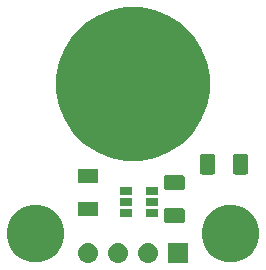
<source format=gts>
G04 #@! TF.GenerationSoftware,KiCad,Pcbnew,5.0.2-bee76a0~70~ubuntu18.04.1*
G04 #@! TF.CreationDate,2019-03-21T18:00:55+01:00*
G04 #@! TF.ProjectId,touchsense7,746f7563-6873-4656-9e73-65372e6b6963,0_1*
G04 #@! TF.SameCoordinates,PX19fb9c8PY2c219b8*
G04 #@! TF.FileFunction,Soldermask,Top*
G04 #@! TF.FilePolarity,Negative*
%FSLAX46Y46*%
G04 Gerber Fmt 4.6, Leading zero omitted, Abs format (unit mm)*
G04 Created by KiCad (PCBNEW 5.0.2-bee76a0~70~ubuntu18.04.1) date 2019-03-21T18:00:55 CET*
%MOMM*%
%LPD*%
G01*
G04 APERTURE LIST*
%ADD10C,0.100000*%
G04 APERTURE END LIST*
D10*
G36*
X15515000Y1210000D02*
X13815000Y1210000D01*
X13815000Y2910000D01*
X15515000Y2910000D01*
X15515000Y1210000D01*
X15515000Y1210000D01*
G37*
G36*
X9751630Y2897701D02*
X9911855Y2849097D01*
X10059520Y2770169D01*
X10188949Y2663949D01*
X10295169Y2534520D01*
X10374097Y2386855D01*
X10422701Y2226630D01*
X10439112Y2060000D01*
X10422701Y1893370D01*
X10374097Y1733145D01*
X10295169Y1585480D01*
X10188949Y1456051D01*
X10059520Y1349831D01*
X9911855Y1270903D01*
X9751630Y1222299D01*
X9626752Y1210000D01*
X9543248Y1210000D01*
X9418370Y1222299D01*
X9258145Y1270903D01*
X9110480Y1349831D01*
X8981051Y1456051D01*
X8874831Y1585480D01*
X8795903Y1733145D01*
X8747299Y1893370D01*
X8730888Y2060000D01*
X8747299Y2226630D01*
X8795903Y2386855D01*
X8874831Y2534520D01*
X8981051Y2663949D01*
X9110480Y2770169D01*
X9258145Y2849097D01*
X9418370Y2897701D01*
X9543248Y2910000D01*
X9626752Y2910000D01*
X9751630Y2897701D01*
X9751630Y2897701D01*
G37*
G36*
X7211630Y2897701D02*
X7371855Y2849097D01*
X7519520Y2770169D01*
X7648949Y2663949D01*
X7755169Y2534520D01*
X7834097Y2386855D01*
X7882701Y2226630D01*
X7899112Y2060000D01*
X7882701Y1893370D01*
X7834097Y1733145D01*
X7755169Y1585480D01*
X7648949Y1456051D01*
X7519520Y1349831D01*
X7371855Y1270903D01*
X7211630Y1222299D01*
X7086752Y1210000D01*
X7003248Y1210000D01*
X6878370Y1222299D01*
X6718145Y1270903D01*
X6570480Y1349831D01*
X6441051Y1456051D01*
X6334831Y1585480D01*
X6255903Y1733145D01*
X6207299Y1893370D01*
X6190888Y2060000D01*
X6207299Y2226630D01*
X6255903Y2386855D01*
X6334831Y2534520D01*
X6441051Y2663949D01*
X6570480Y2770169D01*
X6718145Y2849097D01*
X6878370Y2897701D01*
X7003248Y2910000D01*
X7086752Y2910000D01*
X7211630Y2897701D01*
X7211630Y2897701D01*
G37*
G36*
X12291630Y2897701D02*
X12451855Y2849097D01*
X12599520Y2770169D01*
X12728949Y2663949D01*
X12835169Y2534520D01*
X12914097Y2386855D01*
X12962701Y2226630D01*
X12979112Y2060000D01*
X12962701Y1893370D01*
X12914097Y1733145D01*
X12835169Y1585480D01*
X12728949Y1456051D01*
X12599520Y1349831D01*
X12451855Y1270903D01*
X12291630Y1222299D01*
X12166752Y1210000D01*
X12083248Y1210000D01*
X11958370Y1222299D01*
X11798145Y1270903D01*
X11650480Y1349831D01*
X11521051Y1456051D01*
X11414831Y1585480D01*
X11335903Y1733145D01*
X11287299Y1893370D01*
X11270888Y2060000D01*
X11287299Y2226630D01*
X11335903Y2386855D01*
X11414831Y2534520D01*
X11521051Y2663949D01*
X11650480Y2770169D01*
X11798145Y2849097D01*
X11958370Y2897701D01*
X12083248Y2910000D01*
X12166752Y2910000D01*
X12291630Y2897701D01*
X12291630Y2897701D01*
G37*
G36*
X2942543Y6111362D02*
X3317347Y6036809D01*
X3758668Y5854008D01*
X4155848Y5588621D01*
X4493621Y5250848D01*
X4759008Y4853668D01*
X4941809Y4412347D01*
X5035000Y3943842D01*
X5035000Y3466158D01*
X4941809Y2997653D01*
X4759008Y2556332D01*
X4493621Y2159152D01*
X4155848Y1821379D01*
X3758668Y1555992D01*
X3317347Y1373191D01*
X2942543Y1298638D01*
X2848843Y1280000D01*
X2371157Y1280000D01*
X2277457Y1298638D01*
X1902653Y1373191D01*
X1461332Y1555992D01*
X1064152Y1821379D01*
X726379Y2159152D01*
X460992Y2556332D01*
X278191Y2997653D01*
X185000Y3466158D01*
X185000Y3943842D01*
X278191Y4412347D01*
X460992Y4853668D01*
X726379Y5250848D01*
X1064152Y5588621D01*
X1461332Y5854008D01*
X1902653Y6036809D01*
X2277457Y6111362D01*
X2371157Y6130000D01*
X2848843Y6130000D01*
X2942543Y6111362D01*
X2942543Y6111362D01*
G37*
G36*
X19432543Y6111362D02*
X19807347Y6036809D01*
X20248668Y5854008D01*
X20645848Y5588621D01*
X20983621Y5250848D01*
X21249008Y4853668D01*
X21431809Y4412347D01*
X21525000Y3943842D01*
X21525000Y3466158D01*
X21431809Y2997653D01*
X21249008Y2556332D01*
X20983621Y2159152D01*
X20645848Y1821379D01*
X20248668Y1555992D01*
X19807347Y1373191D01*
X19432543Y1298638D01*
X19338843Y1280000D01*
X18861157Y1280000D01*
X18767457Y1298638D01*
X18392653Y1373191D01*
X17951332Y1555992D01*
X17554152Y1821379D01*
X17216379Y2159152D01*
X16950992Y2556332D01*
X16768191Y2997653D01*
X16675000Y3466158D01*
X16675000Y3943842D01*
X16768191Y4412347D01*
X16950992Y4853668D01*
X17216379Y5250848D01*
X17554152Y5588621D01*
X17951332Y5854008D01*
X18392653Y6036809D01*
X18767457Y6111362D01*
X18861157Y6130000D01*
X19338843Y6130000D01*
X19432543Y6111362D01*
X19432543Y6111362D01*
G37*
G36*
X15095024Y5832545D02*
X15127736Y5822621D01*
X15157890Y5806503D01*
X15184316Y5784816D01*
X15206003Y5758390D01*
X15222121Y5728236D01*
X15232045Y5695524D01*
X15236000Y5655362D01*
X15236000Y4767638D01*
X15232045Y4727476D01*
X15222121Y4694764D01*
X15206003Y4664610D01*
X15184316Y4638184D01*
X15157890Y4616497D01*
X15127736Y4600379D01*
X15095024Y4590455D01*
X15054862Y4586500D01*
X13667138Y4586500D01*
X13626976Y4590455D01*
X13594264Y4600379D01*
X13564110Y4616497D01*
X13537684Y4638184D01*
X13515997Y4664610D01*
X13499879Y4694764D01*
X13489955Y4727476D01*
X13486000Y4767638D01*
X13486000Y5655362D01*
X13489955Y5695524D01*
X13499879Y5728236D01*
X13515997Y5758390D01*
X13537684Y5784816D01*
X13564110Y5806503D01*
X13594264Y5822621D01*
X13626976Y5832545D01*
X13667138Y5836500D01*
X15054862Y5836500D01*
X15095024Y5832545D01*
X15095024Y5832545D01*
G37*
G36*
X12993000Y5107000D02*
X11933000Y5107000D01*
X11933000Y5757000D01*
X12993000Y5757000D01*
X12993000Y5107000D01*
X12993000Y5107000D01*
G37*
G36*
X10793000Y5107000D02*
X9733000Y5107000D01*
X9733000Y5757000D01*
X10793000Y5757000D01*
X10793000Y5107000D01*
X10793000Y5107000D01*
G37*
G36*
X7779024Y6396045D02*
X7811736Y6386121D01*
X7841890Y6370003D01*
X7868316Y6348316D01*
X7890003Y6321890D01*
X7906121Y6291736D01*
X7916045Y6259024D01*
X7920000Y6218862D01*
X7920000Y5331138D01*
X7916045Y5290976D01*
X7906121Y5258264D01*
X7890003Y5228110D01*
X7868316Y5201684D01*
X7841890Y5179997D01*
X7811736Y5163879D01*
X7779024Y5153955D01*
X7738862Y5150000D01*
X6351138Y5150000D01*
X6310976Y5153955D01*
X6278264Y5163879D01*
X6248110Y5179997D01*
X6221684Y5201684D01*
X6199997Y5228110D01*
X6183879Y5258264D01*
X6173955Y5290976D01*
X6170000Y5331138D01*
X6170000Y6218862D01*
X6173955Y6259024D01*
X6183879Y6291736D01*
X6199997Y6321890D01*
X6221684Y6348316D01*
X6248110Y6370003D01*
X6278264Y6386121D01*
X6310976Y6396045D01*
X6351138Y6400000D01*
X7738862Y6400000D01*
X7779024Y6396045D01*
X7779024Y6396045D01*
G37*
G36*
X12993000Y6057000D02*
X11933000Y6057000D01*
X11933000Y6707000D01*
X12993000Y6707000D01*
X12993000Y6057000D01*
X12993000Y6057000D01*
G37*
G36*
X10793000Y6057000D02*
X9733000Y6057000D01*
X9733000Y6707000D01*
X10793000Y6707000D01*
X10793000Y6057000D01*
X10793000Y6057000D01*
G37*
G36*
X10793000Y7007000D02*
X9733000Y7007000D01*
X9733000Y7657000D01*
X10793000Y7657000D01*
X10793000Y7007000D01*
X10793000Y7007000D01*
G37*
G36*
X12993000Y7007000D02*
X11933000Y7007000D01*
X11933000Y7657000D01*
X12993000Y7657000D01*
X12993000Y7007000D01*
X12993000Y7007000D01*
G37*
G36*
X15095024Y8632545D02*
X15127736Y8622621D01*
X15157890Y8606503D01*
X15184316Y8584816D01*
X15206003Y8558390D01*
X15222121Y8528236D01*
X15232045Y8495524D01*
X15236000Y8455362D01*
X15236000Y7567638D01*
X15232045Y7527476D01*
X15222121Y7494764D01*
X15206003Y7464610D01*
X15184316Y7438184D01*
X15157890Y7416497D01*
X15127736Y7400379D01*
X15095024Y7390455D01*
X15054862Y7386500D01*
X13667138Y7386500D01*
X13626976Y7390455D01*
X13594264Y7400379D01*
X13564110Y7416497D01*
X13537684Y7438184D01*
X13515997Y7464610D01*
X13499879Y7494764D01*
X13489955Y7527476D01*
X13486000Y7567638D01*
X13486000Y8455362D01*
X13489955Y8495524D01*
X13499879Y8528236D01*
X13515997Y8558390D01*
X13537684Y8584816D01*
X13564110Y8606503D01*
X13594264Y8622621D01*
X13626976Y8632545D01*
X13667138Y8636500D01*
X15054862Y8636500D01*
X15095024Y8632545D01*
X15095024Y8632545D01*
G37*
G36*
X7779024Y9196045D02*
X7811736Y9186121D01*
X7841890Y9170003D01*
X7868316Y9148316D01*
X7890003Y9121890D01*
X7906121Y9091736D01*
X7916045Y9059024D01*
X7920000Y9018862D01*
X7920000Y8131138D01*
X7916045Y8090976D01*
X7906121Y8058264D01*
X7890003Y8028110D01*
X7868316Y8001684D01*
X7841890Y7979997D01*
X7811736Y7963879D01*
X7779024Y7953955D01*
X7738862Y7950000D01*
X6351138Y7950000D01*
X6310976Y7953955D01*
X6278264Y7963879D01*
X6248110Y7979997D01*
X6221684Y8001684D01*
X6199997Y8028110D01*
X6183879Y8058264D01*
X6173955Y8090976D01*
X6170000Y8131138D01*
X6170000Y9018862D01*
X6173955Y9059024D01*
X6183879Y9091736D01*
X6199997Y9121890D01*
X6221684Y9148316D01*
X6248110Y9170003D01*
X6278264Y9186121D01*
X6310976Y9196045D01*
X6351138Y9200000D01*
X7738862Y9200000D01*
X7779024Y9196045D01*
X7779024Y9196045D01*
G37*
G36*
X17652524Y10446045D02*
X17685236Y10436121D01*
X17715390Y10420003D01*
X17741816Y10398316D01*
X17763503Y10371890D01*
X17779621Y10341736D01*
X17789545Y10309024D01*
X17793500Y10268862D01*
X17793500Y8881138D01*
X17789545Y8840976D01*
X17779621Y8808264D01*
X17763503Y8778110D01*
X17741816Y8751684D01*
X17715390Y8729997D01*
X17685236Y8713879D01*
X17652524Y8703955D01*
X17612362Y8700000D01*
X16724638Y8700000D01*
X16684476Y8703955D01*
X16651764Y8713879D01*
X16621610Y8729997D01*
X16595184Y8751684D01*
X16573497Y8778110D01*
X16557379Y8808264D01*
X16547455Y8840976D01*
X16543500Y8881138D01*
X16543500Y10268862D01*
X16547455Y10309024D01*
X16557379Y10341736D01*
X16573497Y10371890D01*
X16595184Y10398316D01*
X16621610Y10420003D01*
X16651764Y10436121D01*
X16684476Y10446045D01*
X16724638Y10450000D01*
X17612362Y10450000D01*
X17652524Y10446045D01*
X17652524Y10446045D01*
G37*
G36*
X20452524Y10446045D02*
X20485236Y10436121D01*
X20515390Y10420003D01*
X20541816Y10398316D01*
X20563503Y10371890D01*
X20579621Y10341736D01*
X20589545Y10309024D01*
X20593500Y10268862D01*
X20593500Y8881138D01*
X20589545Y8840976D01*
X20579621Y8808264D01*
X20563503Y8778110D01*
X20541816Y8751684D01*
X20515390Y8729997D01*
X20485236Y8713879D01*
X20452524Y8703955D01*
X20412362Y8700000D01*
X19524638Y8700000D01*
X19484476Y8703955D01*
X19451764Y8713879D01*
X19421610Y8729997D01*
X19395184Y8751684D01*
X19373497Y8778110D01*
X19357379Y8808264D01*
X19347455Y8840976D01*
X19343500Y8881138D01*
X19343500Y10268862D01*
X19347455Y10309024D01*
X19357379Y10341736D01*
X19373497Y10371890D01*
X19395184Y10398316D01*
X19421610Y10420003D01*
X19451764Y10436121D01*
X19484476Y10446045D01*
X19524638Y10450000D01*
X20412362Y10450000D01*
X20452524Y10446045D01*
X20452524Y10446045D01*
G37*
G36*
X12332385Y22698473D02*
X12750980Y22615209D01*
X13933905Y22125226D01*
X14994910Y21416285D01*
X14998512Y21413878D01*
X15903878Y20508512D01*
X15903880Y20508509D01*
X16615226Y19443905D01*
X17105209Y18260980D01*
X17355000Y17005194D01*
X17355000Y15724806D01*
X17105209Y14469020D01*
X16615226Y13286095D01*
X15906285Y12225090D01*
X15903878Y12221488D01*
X14998512Y11316122D01*
X14998509Y11316120D01*
X13933905Y10604774D01*
X12750980Y10114791D01*
X12332385Y10031527D01*
X11495196Y9865000D01*
X10214804Y9865000D01*
X9377615Y10031527D01*
X8959020Y10114791D01*
X7776095Y10604774D01*
X6711491Y11316120D01*
X6711488Y11316122D01*
X5806122Y12221488D01*
X5803715Y12225090D01*
X5094774Y13286095D01*
X4604791Y14469020D01*
X4355000Y15724806D01*
X4355000Y17005194D01*
X4604791Y18260980D01*
X5094774Y19443905D01*
X5806120Y20508509D01*
X5806122Y20508512D01*
X6711488Y21413878D01*
X6715090Y21416285D01*
X7776095Y22125226D01*
X8959020Y22615209D01*
X9377615Y22698473D01*
X10214804Y22865000D01*
X11495196Y22865000D01*
X12332385Y22698473D01*
X12332385Y22698473D01*
G37*
M02*

</source>
